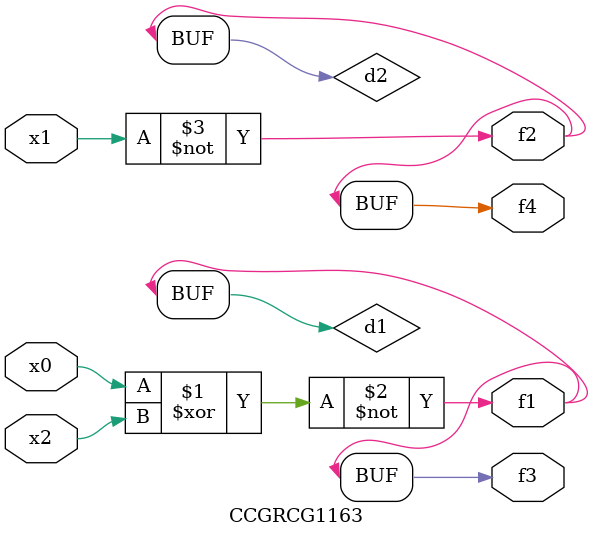
<source format=v>
module CCGRCG1163(
	input x0, x1, x2,
	output f1, f2, f3, f4
);

	wire d1, d2, d3;

	xnor (d1, x0, x2);
	nand (d2, x1);
	nor (d3, x1, x2);
	assign f1 = d1;
	assign f2 = d2;
	assign f3 = d1;
	assign f4 = d2;
endmodule

</source>
